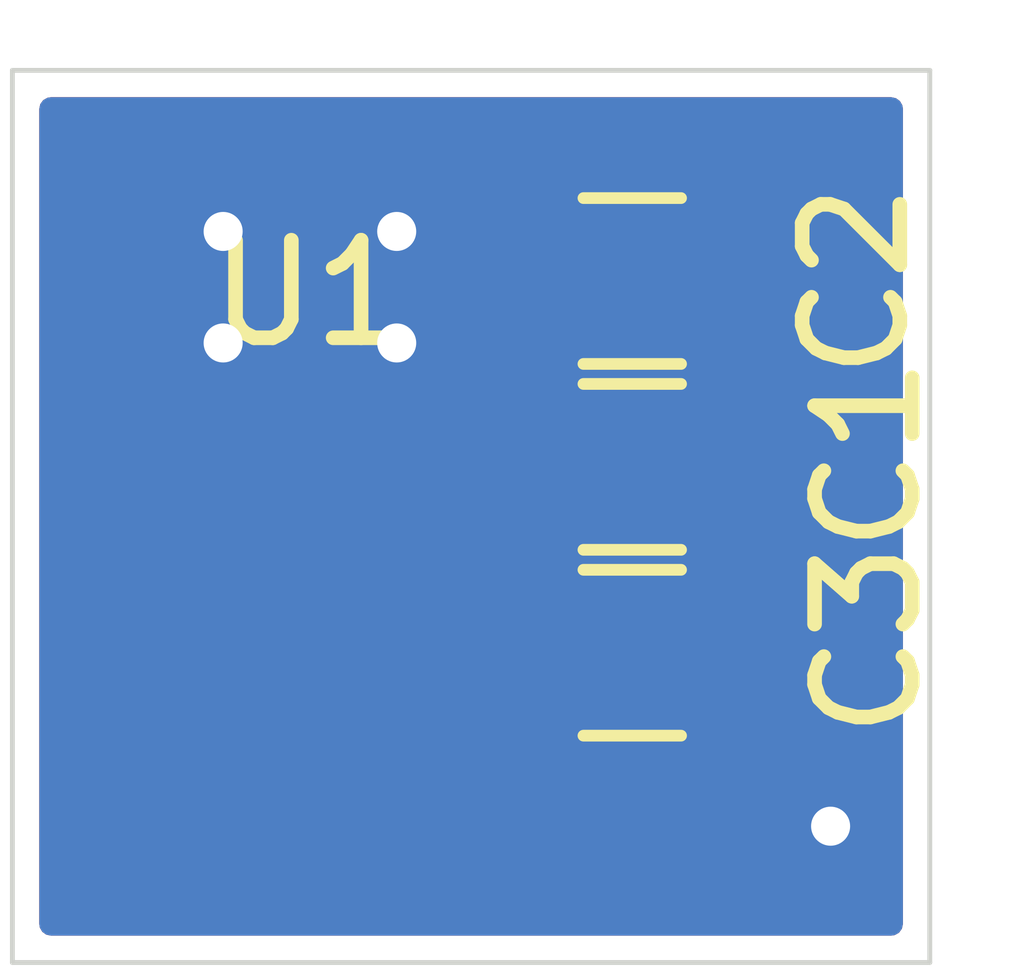
<source format=kicad_pcb>
(kicad_pcb (version 20171130) (host pcbnew "(5.1.7)-1")

  (general
    (thickness 1.6)
    (drawings 4)
    (tracks 31)
    (zones 0)
    (modules 4)
    (nets 8)
  )

  (page A4)
  (layers
    (0 F.Cu signal)
    (31 B.Cu signal)
    (32 B.Adhes user)
    (33 F.Adhes user)
    (34 B.Paste user)
    (35 F.Paste user)
    (36 B.SilkS user)
    (37 F.SilkS user)
    (38 B.Mask user)
    (39 F.Mask user)
    (40 Dwgs.User user)
    (41 Cmts.User user)
    (42 Eco1.User user)
    (43 Eco2.User user)
    (44 Edge.Cuts user)
    (45 Margin user)
    (46 B.CrtYd user)
    (47 F.CrtYd user)
    (48 B.Fab user)
    (49 F.Fab user)
  )

  (setup
    (last_trace_width 0.25)
    (trace_clearance 0.2)
    (zone_clearance 0.25)
    (zone_45_only no)
    (trace_min 0.2)
    (via_size 0.8)
    (via_drill 0.4)
    (via_min_size 0.4)
    (via_min_drill 0.3)
    (uvia_size 0.3)
    (uvia_drill 0.1)
    (uvias_allowed no)
    (uvia_min_size 0.2)
    (uvia_min_drill 0.1)
    (edge_width 0.05)
    (segment_width 0.2)
    (pcb_text_width 0.3)
    (pcb_text_size 1.5 1.5)
    (mod_edge_width 0.12)
    (mod_text_size 1 1)
    (mod_text_width 0.15)
    (pad_size 1.524 1.524)
    (pad_drill 0.762)
    (pad_to_mask_clearance 0)
    (aux_axis_origin 0 0)
    (visible_elements 7FFFFFFF)
    (pcbplotparams
      (layerselection 0x010fc_ffffffff)
      (usegerberextensions false)
      (usegerberattributes true)
      (usegerberadvancedattributes true)
      (creategerberjobfile true)
      (excludeedgelayer true)
      (linewidth 0.100000)
      (plotframeref false)
      (viasonmask false)
      (mode 1)
      (useauxorigin false)
      (hpglpennumber 1)
      (hpglpenspeed 20)
      (hpglpendiameter 15.000000)
      (psnegative false)
      (psa4output false)
      (plotreference true)
      (plotvalue true)
      (plotinvisibletext false)
      (padsonsilk false)
      (subtractmaskfromsilk false)
      (outputformat 1)
      (mirror false)
      (drillshape 1)
      (scaleselection 1)
      (outputdirectory ""))
  )

  (net 0 "")
  (net 1 GND)
  (net 2 "Net-(C3-Pad1)")
  (net 3 VDDIO)
  (net 4 INT2)
  (net 5 INT1)
  (net 6 SDL)
  (net 7 SCL)

  (net_class Default "This is the default net class."
    (clearance 0.2)
    (trace_width 0.25)
    (via_dia 0.8)
    (via_drill 0.4)
    (uvia_dia 0.3)
    (uvia_drill 0.1)
    (add_net GND)
    (add_net INT1)
    (add_net INT2)
    (add_net "Net-(C3-Pad1)")
    (add_net SCL)
    (add_net SDL)
    (add_net VDDIO)
  )

  (module footprints:C_0805_OEM (layer F.Cu) (tedit 5FDFB48F) (tstamp 5FA0C4B5)
    (at 144.145 88.392)
    (descr "Capacitor SMD 0805, reflow soldering, AVX (see smccp.pdf)")
    (tags "capacitor 0805")
    (path /5F97B20B)
    (attr smd)
    (fp_text reference C1 (at 2.413 -0.127 90) (layer F.SilkS)
      (effects (font (size 1 1) (thickness 0.15)))
    )
    (fp_text value 100n (at 5.969 -0.127) (layer F.Fab) hide
      (effects (font (size 1 1) (thickness 0.15)))
    )
    (fp_line (start 1.75 0.87) (end -1.75 0.87) (layer F.CrtYd) (width 0.05))
    (fp_line (start 1.75 0.87) (end 1.75 -0.88) (layer F.CrtYd) (width 0.05))
    (fp_line (start -1.75 -0.88) (end -1.75 0.87) (layer F.CrtYd) (width 0.05))
    (fp_line (start -1.75 -0.88) (end 1.75 -0.88) (layer F.CrtYd) (width 0.05))
    (fp_line (start -0.5 0.85) (end 0.5 0.85) (layer F.SilkS) (width 0.12))
    (fp_line (start 0.5 -0.85) (end -0.5 -0.85) (layer F.SilkS) (width 0.12))
    (fp_line (start -1 -0.62) (end 1 -0.62) (layer F.Fab) (width 0.1))
    (fp_line (start 1 -0.62) (end 1 0.62) (layer F.Fab) (width 0.1))
    (fp_line (start 1 0.62) (end -1 0.62) (layer F.Fab) (width 0.1))
    (fp_line (start -1 0.62) (end -1 -0.62) (layer F.Fab) (width 0.1))
    (pad 1 smd rect (at -1 0) (size 1 1.25) (layers F.Cu F.Paste F.Mask)
      (net 3 VDDIO))
    (pad 2 smd rect (at 1 0) (size 1 1.25) (layers F.Cu F.Paste F.Mask)
      (net 1 GND))
    (model /home/josh/Formula/OEM_Preferred_Parts/3DModels/C_0805_OEM/C_0805.wrl
      (at (xyz 0 0 0))
      (scale (xyz 1 1 1))
      (rotate (xyz 0 0 0))
    )
  )

  (module footprints:C_0805_OEM (layer F.Cu) (tedit 5FDFB493) (tstamp 5FA0C4C5)
    (at 144.145 86.487)
    (descr "Capacitor SMD 0805, reflow soldering, AVX (see smccp.pdf)")
    (tags "capacitor 0805")
    (path /5F97BFD5)
    (attr smd)
    (fp_text reference C2 (at 2.286 0 90) (layer F.SilkS)
      (effects (font (size 1 1) (thickness 0.15)))
    )
    (fp_text value 10u (at 5.461 0) (layer F.Fab) hide
      (effects (font (size 1 1) (thickness 0.15)))
    )
    (fp_line (start 1.75 0.87) (end -1.75 0.87) (layer F.CrtYd) (width 0.05))
    (fp_line (start 1.75 0.87) (end 1.75 -0.88) (layer F.CrtYd) (width 0.05))
    (fp_line (start -1.75 -0.88) (end -1.75 0.87) (layer F.CrtYd) (width 0.05))
    (fp_line (start -1.75 -0.88) (end 1.75 -0.88) (layer F.CrtYd) (width 0.05))
    (fp_line (start -0.5 0.85) (end 0.5 0.85) (layer F.SilkS) (width 0.12))
    (fp_line (start 0.5 -0.85) (end -0.5 -0.85) (layer F.SilkS) (width 0.12))
    (fp_line (start -1 -0.62) (end 1 -0.62) (layer F.Fab) (width 0.1))
    (fp_line (start 1 -0.62) (end 1 0.62) (layer F.Fab) (width 0.1))
    (fp_line (start 1 0.62) (end -1 0.62) (layer F.Fab) (width 0.1))
    (fp_line (start -1 0.62) (end -1 -0.62) (layer F.Fab) (width 0.1))
    (pad 1 smd rect (at -1 0) (size 1 1.25) (layers F.Cu F.Paste F.Mask)
      (net 3 VDDIO))
    (pad 2 smd rect (at 1 0) (size 1 1.25) (layers F.Cu F.Paste F.Mask)
      (net 1 GND))
    (model /home/josh/Formula/OEM_Preferred_Parts/3DModels/C_0805_OEM/C_0805.wrl
      (at (xyz 0 0 0))
      (scale (xyz 1 1 1))
      (rotate (xyz 0 0 0))
    )
  )

  (module footprints:C_0805_OEM (layer F.Cu) (tedit 5FDFB48B) (tstamp 5FA0C4D5)
    (at 144.145 90.297)
    (descr "Capacitor SMD 0805, reflow soldering, AVX (see smccp.pdf)")
    (tags "capacitor 0805")
    (path /5F97C23D)
    (attr smd)
    (fp_text reference C3 (at 2.413 -0.127 90) (layer F.SilkS)
      (effects (font (size 1 1) (thickness 0.15)))
    )
    (fp_text value 100n (at 5.969 -0.127) (layer F.Fab) hide
      (effects (font (size 1 1) (thickness 0.15)))
    )
    (fp_line (start -1 0.62) (end -1 -0.62) (layer F.Fab) (width 0.1))
    (fp_line (start 1 0.62) (end -1 0.62) (layer F.Fab) (width 0.1))
    (fp_line (start 1 -0.62) (end 1 0.62) (layer F.Fab) (width 0.1))
    (fp_line (start -1 -0.62) (end 1 -0.62) (layer F.Fab) (width 0.1))
    (fp_line (start 0.5 -0.85) (end -0.5 -0.85) (layer F.SilkS) (width 0.12))
    (fp_line (start -0.5 0.85) (end 0.5 0.85) (layer F.SilkS) (width 0.12))
    (fp_line (start -1.75 -0.88) (end 1.75 -0.88) (layer F.CrtYd) (width 0.05))
    (fp_line (start -1.75 -0.88) (end -1.75 0.87) (layer F.CrtYd) (width 0.05))
    (fp_line (start 1.75 0.87) (end 1.75 -0.88) (layer F.CrtYd) (width 0.05))
    (fp_line (start 1.75 0.87) (end -1.75 0.87) (layer F.CrtYd) (width 0.05))
    (pad 2 smd rect (at 1 0) (size 1 1.25) (layers F.Cu F.Paste F.Mask)
      (net 1 GND))
    (pad 1 smd rect (at -1 0) (size 1 1.25) (layers F.Cu F.Paste F.Mask)
      (net 2 "Net-(C3-Pad1)"))
    (model /home/josh/Formula/OEM_Preferred_Parts/3DModels/C_0805_OEM/C_0805.wrl
      (at (xyz 0 0 0))
      (scale (xyz 1 1 1))
      (rotate (xyz 0 0 0))
    )
  )

  (module MPL3115A2_barometer:MPL3115A2 (layer F.Cu) (tedit 5FDFB4A2) (tstamp 5FA0C4E1)
    (at 140.813 90.263)
    (path /5F979C67)
    (fp_text reference U1 (at 0.03 -3.649) (layer F.SilkS)
      (effects (font (size 1 1) (thickness 0.15)))
    )
    (fp_text value MPL3115A2 (at 2.951 -5.808) (layer F.Fab)
      (effects (font (size 1 1) (thickness 0.15)))
    )
    (pad 1 smd rect (at 1 -1.875) (size 0.8 0.5) (layers F.Cu F.Paste F.Mask)
      (net 3 VDDIO))
    (pad 2 smd rect (at 1 -0.625) (size 0.8 0.5) (layers F.Cu F.Paste F.Mask)
      (net 2 "Net-(C3-Pad1)"))
    (pad 3 smd rect (at 1 0.625) (size 0.8 0.5) (layers F.Cu F.Paste F.Mask)
      (net 1 GND))
    (pad 4 smd rect (at 1 1.875) (size 0.8 0.5) (layers F.Cu F.Paste F.Mask)
      (net 3 VDDIO))
    (pad 5 smd rect (at -1 1.875) (size 0.8 0.5) (layers F.Cu F.Paste F.Mask)
      (net 4 INT2))
    (pad 6 smd rect (at -1 0.625) (size 0.8 0.5) (layers F.Cu F.Paste F.Mask)
      (net 5 INT1))
    (pad 7 smd rect (at -1 -0.625) (size 0.8 0.5) (layers F.Cu F.Paste F.Mask)
      (net 6 SDL))
    (pad 8 smd rect (at -1 -1.875) (size 0.8 0.5) (layers F.Cu F.Paste F.Mask)
      (net 7 SCL))
  )

  (gr_line (start 137.795 84.328) (end 147.193 84.328) (angle 90) (layer Edge.Cuts) (width 0.05))
  (gr_line (start 137.795 93.472) (end 137.795 84.328) (angle 90) (layer Edge.Cuts) (width 0.05))
  (gr_line (start 147.193 93.472) (end 137.795 93.472) (angle 90) (layer Edge.Cuts) (width 0.05))
  (gr_line (start 147.193 84.328) (end 147.193 93.472) (angle 90) (layer Edge.Cuts) (width 0.05))

  (segment (start 141.813 90.888) (end 141.813 91.013) (width 0.25) (layer F.Cu) (net 1) (status C00000))
  (segment (start 144.526 91.44) (end 145.145 90.821) (width 0.25) (layer F.Cu) (net 1) (tstamp 5FA25204) (status 800000))
  (segment (start 142.24 91.44) (end 144.526 91.44) (width 0.25) (layer F.Cu) (net 1) (tstamp 5FA25203))
  (segment (start 141.813 91.013) (end 142.24 91.44) (width 0.25) (layer F.Cu) (net 1) (tstamp 5FA25202) (status 400000))
  (segment (start 145.145 90.821) (end 145.145 88.392) (width 0.25) (layer F.Cu) (net 1) (tstamp 5FA25205) (status C00000))
  (segment (start 145.145 88.392) (end 145.145 86.487) (width 0.25) (layer F.Cu) (net 1) (tstamp 5FA25206) (status C00000))
  (segment (start 139.954 85.852) (end 139.954 85.979) (width 0.25) (layer F.Cu) (net 1))
  (via (at 139.954 85.979) (size 0.8) (drill 0.4) (layers F.Cu B.Cu) (net 1))
  (segment (start 139.954 85.979) (end 139.954 87.122) (width 0.25) (layer B.Cu) (net 1) (tstamp 5FDFB210))
  (via (at 139.954 87.122) (size 0.8) (drill 0.4) (layers F.Cu B.Cu) (net 1))
  (segment (start 139.954 87.122) (end 141.732 87.122) (width 0.25) (layer F.Cu) (net 1) (tstamp 5FDFB213))
  (via (at 141.732 87.122) (size 0.8) (drill 0.4) (layers F.Cu B.Cu) (net 1))
  (segment (start 141.732 87.122) (end 141.732 85.979) (width 0.25) (layer B.Cu) (net 1) (tstamp 5FDFB21F))
  (via (at 141.732 85.979) (size 0.8) (drill 0.4) (layers F.Cu B.Cu) (net 1))
  (segment (start 141.732 85.979) (end 139.954 85.979) (width 0.25) (layer F.Cu) (net 1) (tstamp 5FDFB22C))
  (segment (start 141.732 87.122) (end 141.732 87.63) (width 0.25) (layer B.Cu) (net 1))
  (via (at 146.177 92.075) (size 0.8) (drill 0.4) (layers F.Cu B.Cu) (net 1))
  (segment (start 141.732 87.63) (end 146.177 92.075) (width 0.25) (layer B.Cu) (net 1) (tstamp 5FDFB264))
  (segment (start 141.813 89.638) (end 141.835 89.638) (width 0.25) (layer F.Cu) (net 2) (status C00000))
  (segment (start 142.494 90.297) (end 143.145 90.297) (width 0.25) (layer F.Cu) (net 2) (tstamp 5FA2520A) (status 800000))
  (segment (start 141.835 89.638) (end 142.494 90.297) (width 0.25) (layer F.Cu) (net 2) (tstamp 5FA25209) (status 400000))
  (segment (start 141.813 88.388) (end 143.141 88.388) (width 0.25) (layer F.Cu) (net 3) (status C00000))
  (segment (start 143.141 88.388) (end 143.145 88.384) (width 0.25) (layer F.Cu) (net 3) (tstamp 5FA2520D) (status C00000))
  (segment (start 143.145 88.384) (end 143.145 86.487) (width 0.25) (layer F.Cu) (net 3) (tstamp 5FA2520E) (status C00000))
  (segment (start 141.813 92.138) (end 144.971 92.138) (width 0.25) (layer F.Cu) (net 3) (status 400000))
  (segment (start 143.145 85.582) (end 143.145 86.487) (width 0.25) (layer F.Cu) (net 3) (tstamp 5FA25217) (status 800000))
  (segment (start 143.383 85.344) (end 143.145 85.582) (width 0.25) (layer F.Cu) (net 3) (tstamp 5FA25216))
  (segment (start 145.923 85.344) (end 143.383 85.344) (width 0.25) (layer F.Cu) (net 3) (tstamp 5FA25215))
  (segment (start 146.177 85.598) (end 145.923 85.344) (width 0.25) (layer F.Cu) (net 3) (tstamp 5FA25214))
  (segment (start 146.177 90.932) (end 146.177 85.598) (width 0.25) (layer F.Cu) (net 3) (tstamp 5FA25213))
  (segment (start 144.971 92.138) (end 146.177 90.932) (width 0.25) (layer F.Cu) (net 3) (tstamp 5FA25212))

  (zone (net 1) (net_name GND) (layer F.Cu) (tstamp 5FDFB3EF) (hatch edge 0.508)
    (connect_pads (clearance 0.25))
    (min_thickness 0.24)
    (fill yes (arc_segments 32) (thermal_gap 0.508) (thermal_bridge_width 0.508))
    (polygon
      (pts
        (xy 137.668 84.201) (xy 147.32 84.201) (xy 147.32 93.599) (xy 137.668 93.599)
      )
    )
    (filled_polygon
      (pts
        (xy 146.798001 93.077) (xy 138.19 93.077) (xy 138.19 91.888) (xy 139.04121 91.888) (xy 139.04121 92.388)
        (xy 139.048354 92.460533) (xy 139.069511 92.530278) (xy 139.103868 92.594555) (xy 139.150105 92.650895) (xy 139.206445 92.697132)
        (xy 139.270722 92.731489) (xy 139.340467 92.752646) (xy 139.413 92.75979) (xy 140.213 92.75979) (xy 140.285533 92.752646)
        (xy 140.355278 92.731489) (xy 140.419555 92.697132) (xy 140.475895 92.650895) (xy 140.522132 92.594555) (xy 140.556489 92.530278)
        (xy 140.577646 92.460533) (xy 140.58479 92.388) (xy 140.58479 91.888) (xy 140.577646 91.815467) (xy 140.556489 91.745722)
        (xy 140.522132 91.681445) (xy 140.475895 91.625105) (xy 140.419555 91.578868) (xy 140.355278 91.544511) (xy 140.285533 91.523354)
        (xy 140.213 91.51621) (xy 139.413 91.51621) (xy 139.340467 91.523354) (xy 139.270722 91.544511) (xy 139.206445 91.578868)
        (xy 139.150105 91.625105) (xy 139.103868 91.681445) (xy 139.069511 91.745722) (xy 139.048354 91.815467) (xy 139.04121 91.888)
        (xy 138.19 91.888) (xy 138.19 90.638) (xy 139.04121 90.638) (xy 139.04121 91.138) (xy 139.048354 91.210533)
        (xy 139.069511 91.280278) (xy 139.103868 91.344555) (xy 139.150105 91.400895) (xy 139.206445 91.447132) (xy 139.270722 91.481489)
        (xy 139.340467 91.502646) (xy 139.413 91.50979) (xy 140.213 91.50979) (xy 140.285533 91.502646) (xy 140.355278 91.481489)
        (xy 140.419555 91.447132) (xy 140.475895 91.400895) (xy 140.522132 91.344555) (xy 140.556489 91.280278) (xy 140.577646 91.210533)
        (xy 140.58479 91.138) (xy 140.58479 90.638) (xy 140.581146 90.601) (xy 140.785 90.601) (xy 140.942 90.758)
        (xy 141.679 90.758) (xy 141.679 90.734) (xy 141.947 90.734) (xy 141.947 90.758) (xy 141.967 90.758)
        (xy 141.967 91.018) (xy 141.947 91.018) (xy 141.947 91.042) (xy 141.679 91.042) (xy 141.679 91.018)
        (xy 140.942 91.018) (xy 140.785 91.175) (xy 140.797483 91.277099) (xy 140.836447 91.394508) (xy 140.897567 91.502059)
        (xy 140.978495 91.59562) (xy 141.076121 91.671594) (xy 141.102153 91.684653) (xy 141.069511 91.745722) (xy 141.048354 91.815467)
        (xy 141.04121 91.888) (xy 141.04121 92.388) (xy 141.048354 92.460533) (xy 141.069511 92.530278) (xy 141.103868 92.594555)
        (xy 141.150105 92.650895) (xy 141.206445 92.697132) (xy 141.270722 92.731489) (xy 141.340467 92.752646) (xy 141.413 92.75979)
        (xy 142.213 92.75979) (xy 142.285533 92.752646) (xy 142.355278 92.731489) (xy 142.419555 92.697132) (xy 142.475895 92.650895)
        (xy 142.490581 92.633) (xy 144.946693 92.633) (xy 144.971 92.635394) (xy 144.995307 92.633) (xy 144.995318 92.633)
        (xy 145.068037 92.625838) (xy 145.161345 92.597533) (xy 145.247338 92.551569) (xy 145.322711 92.489711) (xy 145.338213 92.470822)
        (xy 146.509827 91.299209) (xy 146.528711 91.283711) (xy 146.544209 91.264827) (xy 146.544213 91.264823) (xy 146.590569 91.208338)
        (xy 146.636533 91.122345) (xy 146.664838 91.029037) (xy 146.668236 90.994533) (xy 146.672 90.956318) (xy 146.672 90.95631)
        (xy 146.674394 90.932) (xy 146.672 90.90769) (xy 146.672 85.622306) (xy 146.674394 85.597999) (xy 146.672 85.573692)
        (xy 146.672 85.573682) (xy 146.664838 85.500963) (xy 146.636533 85.407655) (xy 146.590569 85.321662) (xy 146.528711 85.246289)
        (xy 146.509822 85.230787) (xy 146.290213 85.011178) (xy 146.274711 84.992289) (xy 146.199338 84.930431) (xy 146.113345 84.884467)
        (xy 146.020037 84.856162) (xy 145.947318 84.849) (xy 145.947307 84.849) (xy 145.923 84.846606) (xy 145.898693 84.849)
        (xy 143.40731 84.849) (xy 143.383 84.846606) (xy 143.35869 84.849) (xy 143.358682 84.849) (xy 143.285963 84.856162)
        (xy 143.192655 84.884467) (xy 143.106662 84.930431) (xy 143.031289 84.992289) (xy 143.015787 85.011178) (xy 142.812178 85.214787)
        (xy 142.793289 85.230289) (xy 142.731431 85.305662) (xy 142.685467 85.391656) (xy 142.657162 85.484964) (xy 142.656645 85.49021)
        (xy 142.645 85.49021) (xy 142.572467 85.497354) (xy 142.502722 85.518511) (xy 142.438445 85.552868) (xy 142.382105 85.599105)
        (xy 142.335868 85.655445) (xy 142.301511 85.719722) (xy 142.280354 85.789467) (xy 142.27321 85.862) (xy 142.27321 87.112)
        (xy 142.280354 87.184533) (xy 142.301511 87.254278) (xy 142.335868 87.318555) (xy 142.382105 87.374895) (xy 142.438445 87.421132)
        (xy 142.472809 87.4395) (xy 142.438445 87.457868) (xy 142.382105 87.504105) (xy 142.335868 87.560445) (xy 142.301511 87.624722)
        (xy 142.280354 87.694467) (xy 142.27321 87.767) (xy 142.27321 87.77214) (xy 142.213 87.76621) (xy 141.413 87.76621)
        (xy 141.340467 87.773354) (xy 141.270722 87.794511) (xy 141.206445 87.828868) (xy 141.150105 87.875105) (xy 141.103868 87.931445)
        (xy 141.069511 87.995722) (xy 141.048354 88.065467) (xy 141.04121 88.138) (xy 141.04121 88.638) (xy 141.048354 88.710533)
        (xy 141.069511 88.780278) (xy 141.103868 88.844555) (xy 141.150105 88.900895) (xy 141.206445 88.947132) (xy 141.270722 88.981489)
        (xy 141.340467 89.002646) (xy 141.413 89.00979) (xy 142.213 89.00979) (xy 142.27321 89.00386) (xy 142.27321 89.017)
        (xy 142.273721 89.022191) (xy 142.213 89.01621) (xy 141.413 89.01621) (xy 141.340467 89.023354) (xy 141.270722 89.044511)
        (xy 141.206445 89.078868) (xy 141.150105 89.125105) (xy 141.103868 89.181445) (xy 141.069511 89.245722) (xy 141.048354 89.315467)
        (xy 141.04121 89.388) (xy 141.04121 89.888) (xy 141.048354 89.960533) (xy 141.069511 90.030278) (xy 141.102153 90.091347)
        (xy 141.076121 90.104406) (xy 140.978495 90.18038) (xy 140.897567 90.273941) (xy 140.836447 90.381492) (xy 140.797483 90.498901)
        (xy 140.785 90.601) (xy 140.581146 90.601) (xy 140.577646 90.565467) (xy 140.556489 90.495722) (xy 140.522132 90.431445)
        (xy 140.475895 90.375105) (xy 140.419555 90.328868) (xy 140.355278 90.294511) (xy 140.285533 90.273354) (xy 140.213 90.26621)
        (xy 139.413 90.26621) (xy 139.340467 90.273354) (xy 139.270722 90.294511) (xy 139.206445 90.328868) (xy 139.150105 90.375105)
        (xy 139.103868 90.431445) (xy 139.069511 90.495722) (xy 139.048354 90.565467) (xy 139.04121 90.638) (xy 138.19 90.638)
        (xy 138.19 89.388) (xy 139.04121 89.388) (xy 139.04121 89.888) (xy 139.048354 89.960533) (xy 139.069511 90.030278)
        (xy 139.103868 90.094555) (xy 139.150105 90.150895) (xy 139.206445 90.197132) (xy 139.270722 90.231489) (xy 139.340467 90.252646)
        (xy 139.413 90.25979) (xy 140.213 90.25979) (xy 140.285533 90.252646) (xy 140.355278 90.231489) (xy 140.419555 90.197132)
        (xy 140.475895 90.150895) (xy 140.522132 90.094555) (xy 140.556489 90.030278) (xy 140.577646 89.960533) (xy 140.58479 89.888)
        (xy 140.58479 89.388) (xy 140.577646 89.315467) (xy 140.556489 89.245722) (xy 140.522132 89.181445) (xy 140.475895 89.125105)
        (xy 140.419555 89.078868) (xy 140.355278 89.044511) (xy 140.285533 89.023354) (xy 140.213 89.01621) (xy 139.413 89.01621)
        (xy 139.340467 89.023354) (xy 139.270722 89.044511) (xy 139.206445 89.078868) (xy 139.150105 89.125105) (xy 139.103868 89.181445)
        (xy 139.069511 89.245722) (xy 139.048354 89.315467) (xy 139.04121 89.388) (xy 138.19 89.388) (xy 138.19 88.138)
        (xy 139.04121 88.138) (xy 139.04121 88.638) (xy 139.048354 88.710533) (xy 139.069511 88.780278) (xy 139.103868 88.844555)
        (xy 139.150105 88.900895) (xy 139.206445 88.947132) (xy 139.270722 88.981489) (xy 139.340467 89.002646) (xy 139.413 89.00979)
        (xy 140.213 89.00979) (xy 140.285533 89.002646) (xy 140.355278 88.981489) (xy 140.419555 88.947132) (xy 140.475895 88.900895)
        (xy 140.522132 88.844555) (xy 140.556489 88.780278) (xy 140.577646 88.710533) (xy 140.58479 88.638) (xy 140.58479 88.138)
        (xy 140.577646 88.065467) (xy 140.556489 87.995722) (xy 140.522132 87.931445) (xy 140.475895 87.875105) (xy 140.419555 87.828868)
        (xy 140.355278 87.794511) (xy 140.285533 87.773354) (xy 140.213 87.76621) (xy 139.413 87.76621) (xy 139.340467 87.773354)
        (xy 139.270722 87.794511) (xy 139.206445 87.828868) (xy 139.150105 87.875105) (xy 139.103868 87.931445) (xy 139.069511 87.995722)
        (xy 139.048354 88.065467) (xy 139.04121 88.138) (xy 138.19 88.138) (xy 138.19 84.723) (xy 146.798 84.723)
      )
    )
    (filled_polygon
      (pts
        (xy 144.026086 91.04511) (xy 144.061996 91.163488) (xy 144.12031 91.272586) (xy 144.198788 91.368212) (xy 144.294414 91.44669)
        (xy 144.403512 91.505004) (xy 144.52189 91.540914) (xy 144.645 91.553039) (xy 144.854 91.55) (xy 145.010998 91.393002)
        (xy 145.010998 91.397967) (xy 144.765965 91.643) (xy 142.586622 91.643) (xy 142.647505 91.59562) (xy 142.728433 91.502059)
        (xy 142.789553 91.394508) (xy 142.822978 91.29379) (xy 143.645 91.29379) (xy 143.717533 91.286646) (xy 143.787278 91.265489)
        (xy 143.851555 91.231132) (xy 143.907895 91.184895) (xy 143.954132 91.128555) (xy 143.988489 91.064278) (xy 144.009646 90.994533)
        (xy 144.015375 90.936362)
      )
    )
    (filled_polygon
      (pts
        (xy 144.017 86.196) (xy 144.174 86.353) (xy 145.011 86.353) (xy 145.011 86.333) (xy 145.279 86.333)
        (xy 145.279 86.353) (xy 145.299 86.353) (xy 145.299 86.621) (xy 145.279 86.621) (xy 145.279 88.258)
        (xy 145.299 88.258) (xy 145.299 88.526) (xy 145.279 88.526) (xy 145.279 90.163) (xy 145.299 90.163)
        (xy 145.299 90.431) (xy 145.279 90.431) (xy 145.279 90.451) (xy 145.011 90.451) (xy 145.011 90.431)
        (xy 144.174 90.431) (xy 144.017 90.588) (xy 144.01679 90.61108) (xy 144.01679 89.98292) (xy 144.017 90.006)
        (xy 144.174 90.163) (xy 145.011 90.163) (xy 145.011 88.526) (xy 144.174 88.526) (xy 144.017 88.683)
        (xy 144.01679 88.70608) (xy 144.01679 88.07792) (xy 144.017 88.101) (xy 144.174 88.258) (xy 145.011 88.258)
        (xy 145.011 86.621) (xy 144.174 86.621) (xy 144.017 86.778) (xy 144.01679 86.80108) (xy 144.01679 86.17292)
      )
    )
  )
  (zone (net 1) (net_name GND) (layer B.Cu) (tstamp 5FDFB437) (hatch edge 0.508)
    (connect_pads (clearance 0.25))
    (min_thickness 0.24)
    (fill yes (arc_segments 32) (thermal_gap 0.508) (thermal_bridge_width 0.508))
    (polygon
      (pts
        (xy 137.668 84.201) (xy 147.32 84.201) (xy 147.32 93.599) (xy 137.668 93.599)
      )
    )
    (filled_polygon
      (pts
        (xy 146.798001 93.077) (xy 138.19 93.077) (xy 138.19 84.723) (xy 146.798 84.723)
      )
    )
  )
)

</source>
